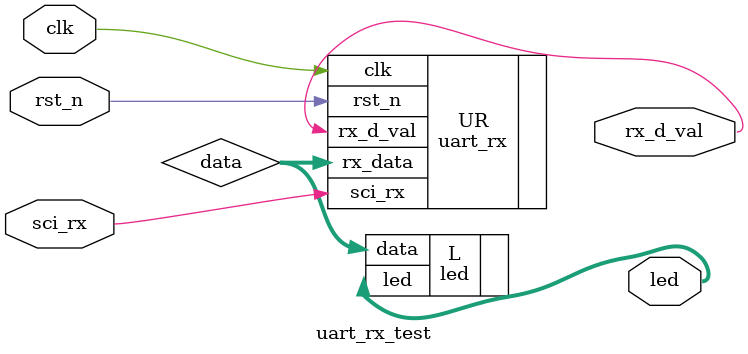
<source format=v>
module uart_rx_test(
    clk, rst_n, sci_rx,
    led, rx_d_val
);

input clk, rst_n, sci_rx;

output [7:0] led;
output rx_d_val;

wire [7:0] data;

uart_rx UR(
    .clk(clk), 
    .rst_n(rst_n), 
    .sci_rx(sci_rx),
    .rx_data(data), 
    .rx_d_val(rx_d_val)
);

led L(
    .data(data),
    .led(led)
);

endmodule
</source>
